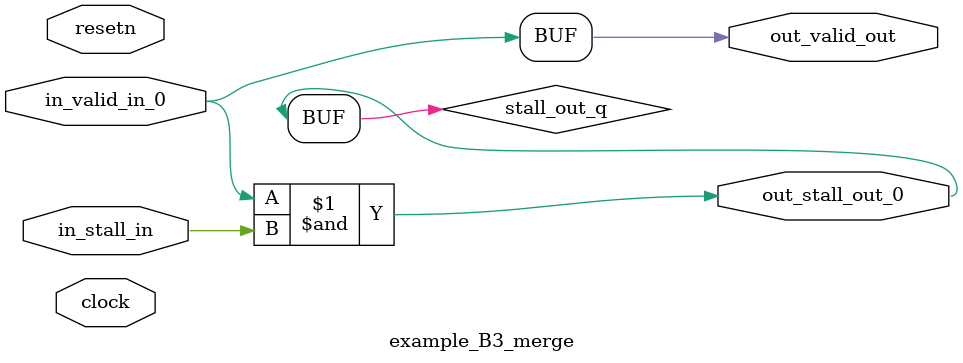
<source format=sv>



(* altera_attribute = "-name AUTO_SHIFT_REGISTER_RECOGNITION OFF; -name MESSAGE_DISABLE 10036; -name MESSAGE_DISABLE 10037; -name MESSAGE_DISABLE 14130; -name MESSAGE_DISABLE 14320; -name MESSAGE_DISABLE 15400; -name MESSAGE_DISABLE 14130; -name MESSAGE_DISABLE 10036; -name MESSAGE_DISABLE 12020; -name MESSAGE_DISABLE 12030; -name MESSAGE_DISABLE 12010; -name MESSAGE_DISABLE 12110; -name MESSAGE_DISABLE 14320; -name MESSAGE_DISABLE 13410; -name MESSAGE_DISABLE 113007; -name MESSAGE_DISABLE 10958" *)
module example_B3_merge (
    input wire [0:0] in_stall_in,
    input wire [0:0] in_valid_in_0,
    output wire [0:0] out_stall_out_0,
    output wire [0:0] out_valid_out,
    input wire clock,
    input wire resetn
    );

    wire [0:0] stall_out_q;


    // stall_out(LOGICAL,6)
    assign stall_out_q = in_valid_in_0 & in_stall_in;

    // out_stall_out_0(GPOUT,4)
    assign out_stall_out_0 = stall_out_q;

    // out_valid_out(GPOUT,5)
    assign out_valid_out = in_valid_in_0;

endmodule

</source>
